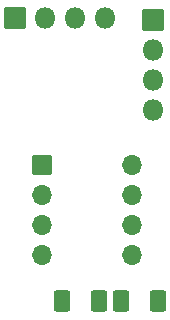
<source format=gbs>
G04 #@! TF.GenerationSoftware,KiCad,Pcbnew,8.0.4*
G04 #@! TF.CreationDate,2024-07-24T14:50:23+09:00*
G04 #@! TF.ProjectId,VR-Conditioner-MAX9926+reg,56522d43-6f6e-4646-9974-696f6e65722d,3.7*
G04 #@! TF.SameCoordinates,PX68c4118PY713e7a8*
G04 #@! TF.FileFunction,Soldermask,Bot*
G04 #@! TF.FilePolarity,Negative*
%FSLAX46Y46*%
G04 Gerber Fmt 4.6, Leading zero omitted, Abs format (unit mm)*
G04 Created by KiCad (PCBNEW 8.0.4) date 2024-07-24 14:50:23*
%MOMM*%
%LPD*%
G01*
G04 APERTURE LIST*
G04 Aperture macros list*
%AMRoundRect*
0 Rectangle with rounded corners*
0 $1 Rounding radius*
0 $2 $3 $4 $5 $6 $7 $8 $9 X,Y pos of 4 corners*
0 Add a 4 corners polygon primitive as box body*
4,1,4,$2,$3,$4,$5,$6,$7,$8,$9,$2,$3,0*
0 Add four circle primitives for the rounded corners*
1,1,$1+$1,$2,$3*
1,1,$1+$1,$4,$5*
1,1,$1+$1,$6,$7*
1,1,$1+$1,$8,$9*
0 Add four rect primitives between the rounded corners*
20,1,$1+$1,$2,$3,$4,$5,0*
20,1,$1+$1,$4,$5,$6,$7,0*
20,1,$1+$1,$6,$7,$8,$9,0*
20,1,$1+$1,$8,$9,$2,$3,0*%
G04 Aperture macros list end*
%ADD10RoundRect,0.050800X-0.800000X-0.800000X0.800000X-0.800000X0.800000X0.800000X-0.800000X0.800000X0*%
%ADD11O,1.701600X1.701600*%
%ADD12RoundRect,0.050800X0.850000X-0.850000X0.850000X0.850000X-0.850000X0.850000X-0.850000X-0.850000X0*%
%ADD13O,1.801600X1.801600*%
%ADD14RoundRect,0.050800X-0.850000X-0.850000X0.850000X-0.850000X0.850000X0.850000X-0.850000X0.850000X0*%
%ADD15RoundRect,0.269539X-0.431261X-0.656261X0.431261X-0.656261X0.431261X0.656261X-0.431261X0.656261X0*%
%ADD16RoundRect,0.269539X0.431261X0.656261X-0.431261X0.656261X-0.431261X-0.656261X0.431261X-0.656261X0*%
G04 APERTURE END LIST*
D10*
G04 #@! TO.C,J1*
X9207500Y16510000D03*
D11*
X9207500Y13970000D03*
X9207500Y11430000D03*
X9207500Y8890000D03*
X16827500Y8890000D03*
X16827500Y11430000D03*
X16827500Y13970000D03*
X16827500Y16510000D03*
G04 #@! TD*
D12*
G04 #@! TO.C,J3*
X6880000Y29000000D03*
D13*
X9420000Y29000000D03*
X11960000Y29000000D03*
X14500000Y29000000D03*
G04 #@! TD*
D14*
G04 #@! TO.C,J2*
X18625000Y28800000D03*
D13*
X18625000Y26260000D03*
X18625000Y23720000D03*
X18625000Y21180000D03*
G04 #@! TD*
D15*
G04 #@! TO.C,R23*
X10900000Y5000000D03*
X14000000Y5000000D03*
G04 #@! TD*
D16*
G04 #@! TO.C,R13*
X19000000Y5000000D03*
X15900000Y5000000D03*
G04 #@! TD*
M02*

</source>
